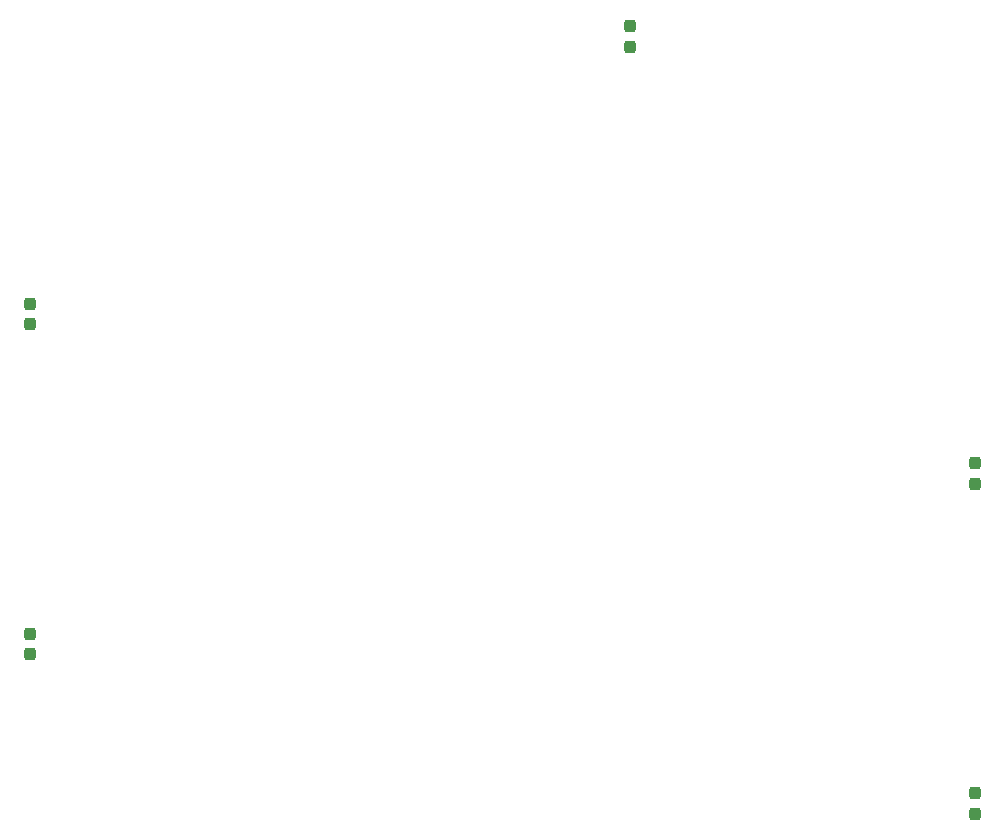
<source format=gtp>
G04 #@! TF.GenerationSoftware,KiCad,Pcbnew,7.0.10*
G04 #@! TF.CreationDate,2024-01-21T10:15:59+09:00*
G04 #@! TF.ProjectId,fs-a1_rom_patch,66732d61-315f-4726-9f6d-5f7061746368,1.0*
G04 #@! TF.SameCoordinates,Original*
G04 #@! TF.FileFunction,Paste,Top*
G04 #@! TF.FilePolarity,Positive*
%FSLAX46Y46*%
G04 Gerber Fmt 4.6, Leading zero omitted, Abs format (unit mm)*
G04 Created by KiCad (PCBNEW 7.0.10) date 2024-01-21 10:15:59*
%MOMM*%
%LPD*%
G01*
G04 APERTURE LIST*
G04 Aperture macros list*
%AMRoundRect*
0 Rectangle with rounded corners*
0 $1 Rounding radius*
0 $2 $3 $4 $5 $6 $7 $8 $9 X,Y pos of 4 corners*
0 Add a 4 corners polygon primitive as box body*
4,1,4,$2,$3,$4,$5,$6,$7,$8,$9,$2,$3,0*
0 Add four circle primitives for the rounded corners*
1,1,$1+$1,$2,$3*
1,1,$1+$1,$4,$5*
1,1,$1+$1,$6,$7*
1,1,$1+$1,$8,$9*
0 Add four rect primitives between the rounded corners*
20,1,$1+$1,$2,$3,$4,$5,0*
20,1,$1+$1,$4,$5,$6,$7,0*
20,1,$1+$1,$6,$7,$8,$9,0*
20,1,$1+$1,$8,$9,$2,$3,0*%
G04 Aperture macros list end*
%ADD10RoundRect,0.237500X0.237500X-0.300000X0.237500X0.300000X-0.237500X0.300000X-0.237500X-0.300000X0*%
%ADD11RoundRect,0.237500X-0.237500X0.300000X-0.237500X-0.300000X0.237500X-0.300000X0.237500X0.300000X0*%
G04 APERTURE END LIST*
D10*
X64770000Y-107135000D03*
X64770000Y-105410000D03*
D11*
X115570000Y-53975000D03*
X115570000Y-55700000D03*
X144780000Y-118925000D03*
X144780000Y-120650000D03*
X144780000Y-90985000D03*
X144780000Y-92710000D03*
D10*
X64770000Y-79195000D03*
X64770000Y-77470000D03*
M02*

</source>
